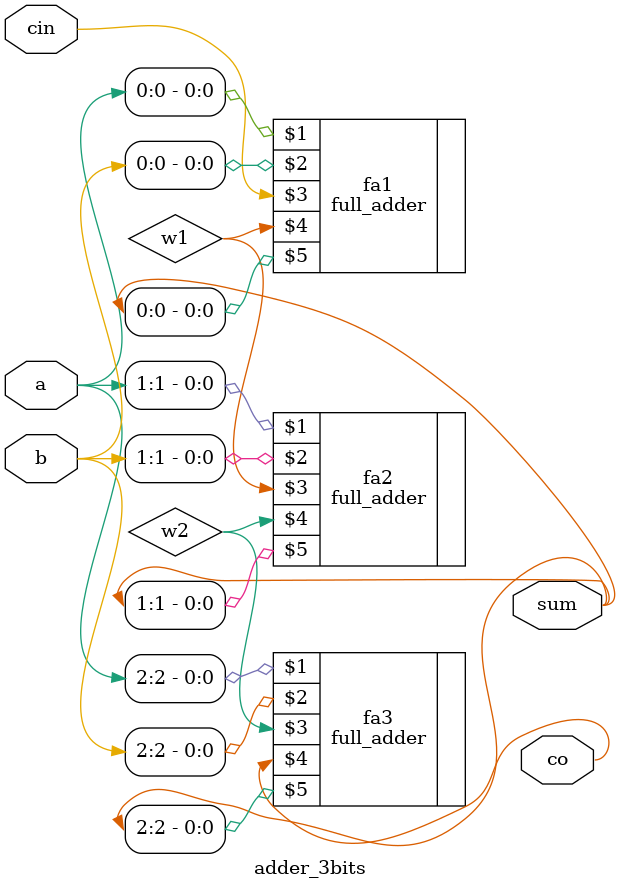
<source format=v>
`include "full_adder.v"

module adder_3bits
(
input [2:0] a, b,
input cin,
output [2:0] sum,
output co
);

wire w1, w2;

full_adder fa1(a[0], b[0], cin, w1, sum[0]);
full_adder fa2(a[1], b[1], w1, w2, sum[1]);
full_adder fa3(a[2], b[2], w2, co, sum[2]);

endmodule

</source>
